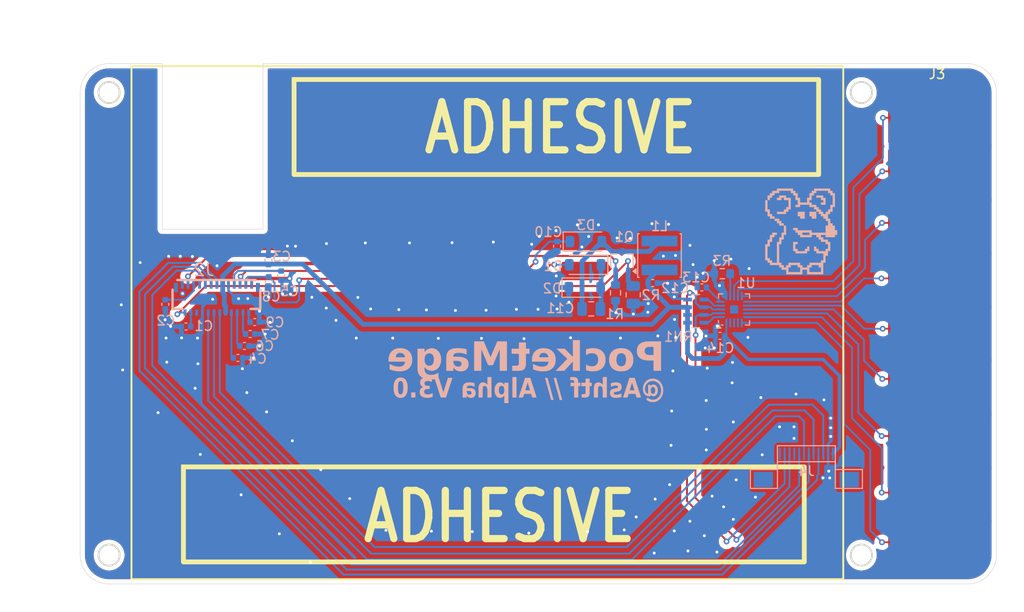
<source format=kicad_pcb>
(kicad_pcb (version 20240108) (generator "pcbnew") (generator_version "8.0")
  (layers (0 "F.Cu" signal) (31 "B.Cu" signal) (34 "B.Paste" user) (35 "F.Paste" user) (36 "B.SilkS" user "B.Silkscreen") (37 "F.SilkS" user "F.Silkscreen") (38 "B.Mask" user) (39 "F.Mask" user) (44 "Edge.Cuts" user))
  (net 0 "")
  (net 1 "GND")
  (net 2 "Net-(C1-Pad1)")
  (net 3 "Net-(C2-Pad2)")
  (net 5 "Net-(C4-Pad2)")
  (net 6 "Net-(C5-Pad1)")
  (net 7 "Net-(C6-Pad2)")
  (net 8 "Net-(C7-Pad2)")
  (net 9 "PREVGL")
  (net 10 "/VCOM")
  (net 11 "PREVGH")
  (net 12 "Net-(D1-K)")
  (net 13 "Net-(D3-A)")
  (net 14 "+3.3V")
  (net 15 "Net-(U1-VREG)")
  (net 16 "Net-(J3-Pin_4)")
  (net 17 "Net-(J3-Pin_9)")
  (net 18 "Net-(J3-Pin_6)")
  (net 19 "Net-(J3-Pin_8)")
  (net 20 "Net-(J3-Pin_7)")
  (net 21 "Net-(J3-Pin_5)")
  (net 25 "CS")
  (net 28 "RESE")
  (net 30 "D{slash}C")
  (net 31 "GDR")
  (net 33 "SDI")
  (net 34 "BUSY")
  (net 35 "SCLK")
  (net 36 "RES")
  (net 38 "Net-(J3-Pin_3)")
  (net 39 "Net-(J3-Pin_2)")
  (net 40 "Net-(J3-Pin_1)")
  (net 43 "I2C_SDA")
  (net 44 "I2C_SCL")
  (net 45 "Net-(U1-REXT)")
  (net 46 "Net-(RN1-R4.1)")
  (net 47 "Net-(RN1-R1.1)")
  (footprint "TouchSlider:TouchSlider-9_50x10mm" (layer "F.Cu") (at 122.46 103.648614 -90)
    (property "Reference" "J3")
    (property "Value" "CapacitiveTouch")
  )
  (footprint "Capacitor_SMD:C_0402_1005Metric" (layer "B.Cu") (at 44.66 104.09 180)
    (property "Reference" "C1")
    (property "Value" "1uF")
  )
  (footprint "Resistor_SMD:R_0603_1608Metric" (layer "B.Cu") (at 100.2575 98.6125)
    (property "Reference" "R3")
    (property "Value" "75k")
  )
  (footprint "Capacitor_SMD:C_0402_1005Metric" (layer "B.Cu") (at 54.52 98.82 -90)
    (property "Reference" "C5")
    (property "Value" "1uF")
  )
  (footprint "Package_TO_SOT_SMD:SOT-323_SC-70" (layer "B.Cu") (at 89.8575 97.3025 90)
    (property "Reference" "Q1")
    (property "Value" "Si1308EDL")
  )
  (footprint "Capacitor_SMD:C_0402_1005Metric" (layer "B.Cu") (at 83.13 95.7525 90)
    (property "Reference" "C10")
    (property "Value" "1uF")
  )
  (footprint "Capacitor_SMD:C_0402_1005Metric" (layer "B.Cu") (at 53.2 97.19 -90)
    (property "Reference" "C3")
    (property "Value" "1uF")
  )
  (footprint "Resistor_SMD:R_0805_2012Metric" (layer "B.Cu") (at 91.02 100.8025 -90)
    (property "Reference" "R2")
    (property "Value" "10k")
  )
  (footprint "Resistor_SMD:R_Array_Concave_4x0603" (layer "B.Cu") (at 97.5075 102.4925 180)
    (property "Reference" "RN1")
    (property "Value" "4x10k")
  )
  (footprint "Inductor_SMD:L_Changjiang_FNR4020S" (layer "B.Cu") (at 93.75 96.7225 90)
    (property "Reference" "L1")
    (property "Value" "10uH")
  )
  (footprint "Capacitor_SMD:C_0805_2012Metric" (layer "B.Cu") (at 86.67 102.2625 180)
    (property "Reference" "C11")
    (property "Value" "4.7uF")
  )
  (footprint "Capacitor_SMD:C_0402_1005Metric" (layer "B.Cu") (at 51.78 103.63 180)
    (property "Reference" "C9")
    (property "Value" "1uF")
  )
  (footprint "Capacitor_SMD:C_0402_1005Metric" (layer "B.Cu") (at 42.51 101.79 90)
    (property "Reference" "C2")
    (property "Value" "4.7uF")
  )
  (footprint "AFC01-S12FCA-00:AFC01-S12FCA-00" (layer "B.Cu") (at 108.98 117.29 180)
    (property "Reference" "J4")
    (property "Value" "Conn_01x12_Pin")
  )
  (footprint "LOGO" (layer "B.Cu") (at 108.5 94.25 180)
    (property "Reference" "G***" (hide yes))
    (property "Value" "LOGO" (hide yes))
  )
  (footprint "Capacitor_SMD:C_0402_1005Metric" (layer "B.Cu") (at 93.05 99.5825)
    (property "Reference" "C12")
    (property "Value" "4.7uF")
  )
  (footprint "Capacitor_SMD:C_0402_1005Metric" (layer "B.Cu") (at 100.02 105.0625 180)
    (property "Reference" "C14")
    (property "Value" "0.1uF")
  )
  (footprint "Capacitor_SMD:C_0402_1005Metric" (layer "B.Cu") (at 53.23 99.41 -90)
    (property "Reference" "C8")
    (property "Value" "1uF")
  )
  (footprint "Diode_SMD:D_SOD-123" (layer "B.Cu") (at 86.12 95.2825)
    (property "Reference" "D3")
    (property "Value" "MBR0530")
  )
  (footprint "Package_DFN_QFN:UQFN-20_3x3mm_P0.4mm" (layer "B.Cu") (at 101.48 102.3225)
    (property "Reference" "U1")
    (property "Value" "MPR121QR2")
  )
  (footprint "Capacitor_SMD:C_0402_1005Metric" (layer "B.Cu") (at 98.1375 100.0325 180)
    (property "Reference" "C13")
    (property "Value" "0.1uF")
  )
  (footprint "AFE03-S25FMA-1H:AFE03-S25FMA-1H" (layer "B.Cu") (at 47.86 101.20635)
    (property "Reference" "J2")
    (property "Value" "~")
  )
  (footprint "Resistor_SMD:R_0603_1608Metric" (layer "B.Cu") (at 89.1875 100.5925 -90)
    (property "Reference" "R1")
    (property "Value" "1R")
  )
  (footprint "Capacitor_SMD:C_0402_1005Metric" (layer "B.Cu") (at 50.04 107.35 180)
    (property "Reference" "C4")
    (property "Value" "1uF")
  )
  (footprint "Capacitor_SMD:C_0402_1005Metric" (layer "B.Cu") (at 51.31 104.87 180)
    (property "Reference" "C7")
    (property "Value" "1uF")
  )
  (footprint "Capacitor_SMD:C_0402_1005Metric" (layer "B.Cu") (at 50.71 106.11 180)
    (property "Reference" "C6")
    (property "Value" "1uF")
  )
  (footprint "Diode_SMD:D_SOD-123" (layer "B.Cu") (at 86 100.0525)
    (property "Reference" "D2")
    (property "Value" "MBR0530")
  )
  (footprint "Diode_SMD:D_SOD-123" (layer "B.Cu") (at 86.0375 97.6825 180)
    (property "Reference" "D1")
    (property "Value" "MBR0530")
  )
  (gr_poly (pts (xy 52.83 100.76) (xy 52.91 100.4) (xy 52.94 99.71) (xy 53.42 99.73) (xy 53.42 100.07) (xy 53.42 100.83) (xy 53.19 101.51)) (stroke (width 0.2)) (fill solid) (layer "B.Cu") (net 1))
  (gr_poly (pts (xy 82.28 96.31) (xy 82.2 96.36) (xy 82.77 96.06) (xy 83.4 96.06) (xy 83.39 96.45) (xy 82.74 96.86) (xy 82.09 97.03)) (stroke (width 0.2)) (fill solid) (layer "B.Cu") (net 1))
  (gr_poly (pts (xy 100.38 99.89) (xy 100.67 100.53) (xy 100.67 101.21) (xy 100.3 101) (xy 99.96 100.42) (xy 100.11 99.89)) (stroke (width 0.2)) (fill solid) (layer "B.Cu") (net 1))
  (gr_rect (start 44.39 118.66) (end 108.76 128.52) (stroke (width 0.5)) (fill none) (layer "F.SilkS"))
  (gr_rect (start 39 77.07) (end 112.8 130.31) (stroke (width 0.2)) (fill none) (layer "F.SilkS"))
  (gr_rect (start 55.86 78.46) (end 110.25 88.32) (stroke (width 0.5)) (fill none) (layer "F.SilkS"))
  (gr_circle (center 36.68 79.81) (end 37.78 79.81) (stroke (width 0.2)) (fill none) (layer "Edge.Cuts"))
  (gr_line (start 125.68 130.81) (end 36.68 130.81) (stroke (width 0.05)) (layer "Edge.Cuts"))
  (gr_line (start 42.2 76.81) (end 42.2 94) (stroke (width 0.05)) (layer "Edge.Cuts"))
  (gr_line (start 36.68 76.81) (end 42.2 76.81) (stroke (width 0.05)) (layer "Edge.Cuts"))
  (gr_line (start 33.68 127.81) (end 33.68 79.81) (stroke (width 0.05)) (layer "Edge.Cuts"))
  (gr_arc (start 33.68 79.81) (mid 34.55868 77.68868) (end 36.68 76.81) (stroke (width 0.05)) (layer "Edge.Cuts"))
  (gr_line (start 128.68 79.81) (end 128.68 127.81) (stroke (width 0.05)) (layer "Edge.Cuts"))
  (gr_circle (center 114.68 79.81) (end 115.78 79.81) (stroke (width 0.2)) (fill none) (layer "Edge.Cuts"))
  (gr_line (start 52.64 76.81) (end 52.64 94) (stroke (width 0.05)) (layer "Edge.Cuts"))
  (gr_arc (start 125.68 76.81) (mid 127.80132 77.68868) (end 128.68 79.81) (stroke (width 0.05)) (layer "Edge.Cuts"))
  (gr_arc (start 36.68 130.81) (mid 34.55868 129.93132) (end 33.68 127.81) (stroke (width 0.05)) (layer "Edge.Cuts"))
  (gr_circle (center 114.68 127.81) (end 115.78 127.81) (stroke (width 0.2)) (fill none) (layer "Edge.Cuts"))
  (gr_arc (start 128.68 127.81) (mid 127.80132 129.93132) (end 125.68 130.81) (stroke (width 0.05)) (layer "Edge.Cuts"))
  (gr_circle (center 36.68 127.81) (end 37.78 127.81) (stroke (width 0.2)) (fill none) (layer "Edge.Cuts"))
  (gr_line (start 52.64 76.81) (end 125.68 76.81) (stroke (width 0.05)) (layer "Edge.Cuts"))
  (gr_line (start 42.2 94) (end 52.64 94) (stroke (width 0.05)) (layer "Edge.Cuts"))
  (gr_text "PocketMage" (at 94.3 109.2 0) (layer "B.SilkS") (effects (font (size 3 3) (thickness 0.3) (bold yes)) (justify left bottom mirror)))
  (gr_text "@Ashtf // Alpha V3.0" (at 94.3 111.8 0) (layer "B.SilkS") (effects (font (size 2 1.75) (thickness 0.25) (bold yes)) (justify left bottom mirror)))
  (gr_text "ADHESIVE" (at 83.47 86.41 0) (layer "F.SilkS") (effects (font (size 5 4) (thickness 0.75) (bold yes)) (justify bottom)))
  (gr_text "ADHESIVE" (at 77.16 126.75 0) (layer "F.SilkS") (effects (font (size 5 4) (thickness 0.75) (bold yes)) (justify bottom)))
  (via (at 94.69 93.48) (size 0.6) (drill 0.3) (layers "F.Cu" "B.Cu") (net 1))
  (via (at 66.09 105.29) (size 0.6) (drill 0.3) (layers "F.Cu" "B.Cu") (net 1))
  (via (at 83.02 94.14) (size 0.6) (drill 0.3) (layers "F.Cu" "B.Cu") (net 1))
  (via (at 74.34 125.38) (size 0.6) (drill 0.3) (layers "F.Cu" "B.Cu") (net 1))
  (via (at 104.258993 111.465529) (size 0.6) (drill 0.3) (layers "F.Cu" "B.Cu") (net 1))
  (via (at 75.77 102.4) (size 0.6) (drill 0.3) (layers "F.Cu" "B.Cu") (net 1))
  (via (at 107.7 114.5) (size 0.6) (drill 0.3) (layers "F.Cu" "B.Cu") (net 1))
  (via (at 98.61 114.76) (size 0.6) (drill 0.3) (layers "F.Cu" "B.Cu") (net 1))
  (via (at 98.6 116.9) (size 0.6) (drill 0.3) (layers "F.Cu" "B.Cu") (net 1))
  (via (at 84.36 101.57) (size 0.6) (drill 0.3) (layers "F.Cu" "B.Cu") (net 1))
  (via (at 111.5 114.6) (size 0.6) (drill 0.3) (layers "F.Cu" "B.Cu") (net 1))
  (via (at 46.14 117.36) (size 0.6) (drill 0.3) (layers "F.Cu" "B.Cu") (net 1))
  (via (at 54.33 125.6) (size 0.6) (drill 0.3) (layers "F.Cu" "B.Cu") (net 1))
  (via (at 95.41 96.72) (size 0.6) (drill 0.3) (layers "F.Cu" "B.Cu") (net 1))
  (via (at 44.3 100.67) (size 0.6) (drill 0.3) (layers "F.Cu" "B.Cu") (net 1))
  (via (at 59.2 102.18) (size 0.6) (drill 0.3) (layers "F.Cu" "B.Cu") (net 1))
  (via (at 89.7 105.29) (size 0.6) (drill 0.3) (layers "F.Cu" "B.Cu") (net 1))
  (via (at 56.01 95.76) (size 0.6) (drill 0.3) (layers "F.Cu" "B.Cu") (net 1))
  (via (at 90.72 94.95) (size 0.6) (drill 0.3) (layers "F.Cu" "B.Cu") (net 1))
  (via (at 101.4 124.1) (size 0.6) (drill 0.3) (layers "F.Cu" "B.Cu") (net 1))
  (via (at 80.2 125.53) (size 0.6) (drill 0.3) (layers "F.Cu" "B.Cu") (net 1))
  (via (at 81.16 102.31) (size 0.6) (drill 0.3) (layers "F.Cu" "B.Cu") (net 1))
  (via (at 47.42 101.27) (size 0.6) (drill 0.3) (layers "F.Cu" "B.Cu") (net 1))
  (via (at 96.9 124.3) (size 0.6) (drill 0.3) (layers "F.Cu" "B.Cu") (net 1))
  (via (at 37.95 101.84) (size 0.6) (drill 0.3) (layers "F.Cu" "B.Cu") (net 1))
  (via (at 98.4 125.8) (size 0.6) (drill 0.3) (layers "F.Cu" "B.Cu") (net 1))
  (via (at 55.17 95.74) (size 0.6) (drill 0.3) (layers "F.Cu" "B.Cu") (net 1))
  (via (at 99.2 121.7) (size 0.6) (drill 0.3) (layers "F.Cu" "B.Cu") (net 1))
  (via (at 67.83 95.42) (size 0.6) (drill 0.3) (layers "F.Cu" "B.Cu") (net 1))
  (via (at 94.15 96.79) (size 0.6) (drill 0.3) (layers "F.Cu" "B.Cu") (net 1))
  (via (at 42.86 96.8) (size 0.6) (drill 0.3) (layers "F.Cu" "B.Cu") (net 1))
  (via (at 98.49 106.32) (size 0.6) (drill 0.3) (layers "F.Cu" "B.Cu") (net 1))
  (via (at 91.04 102.8) (size 0.6) (drill 0.3) (layers "F.Cu" "B.Cu") (net 1))
  (via (at 85.7 95.84) (size 0.6) (drill 0.3) (layers "F.Cu" "B.Cu") (net 1))
  (via (at 50.5 108.47) (size 0.6) (drill 0.3) (layers "F.Cu" "B.Cu") (net 1))
  (via (at 65.39 125.24) (size 0.6) (drill 0.3) (layers "F.Cu" "B.Cu") (net 1))
  (via (at 98.26 98.57) (size 0.6) (drill 0.3) (layers "F.Cu" "B.Cu") (net 1))
  (via (at 47.87 97.79) (size 0.6) (drill 0.3) (layers "F.Cu" "B.Cu") (net 1))
  (via (at 99.43 106.32) (size 0.6) (drill 0.3) (layers "F.Cu" "B.Cu") (net 1))
  (via (at 110.8 111.7) (size 0.6) (drill 0.3) (layers "F.Cu" "B.Cu") (net 1))
  (via (at 70.1 125.33) (size 0.6) (drill 0.3) (layers "F.Cu" "B.Cu") (net 1))
  (via (at 111.3 119.1) (size 0.6) (drill 0.3) (layers "F.Cu" "B.Cu") (net 1))
  (via (at 95.43 105.22) (size 0.6) (drill 0.3) (layers "F.Cu" "B.Cu") (net 1))
  (via (at 84.53 105.26) (size 0.6) (drill 0.3) (layers "F.Cu" "B.Cu") (net 1))
  (via (at 55.4 99.11) (size 0.6) (drill 0.3) (layers "F.Cu" "B.Cu") (net 1))
  (via (at 69.58 102.37) (size 0.6) (drill 0.3) (layers "F.Cu" "B.Cu") (net 1))
  (via (at 76.52 95.33) (size 0.6) (drill 0.3) (layers "F.Cu" "B.Cu") (net 1))
  (via (at 39.9 97.46) (size 0.6) (drill 0.3) (layers "F.Cu" "B.Cu") (net 1))
  (via (at 95.17 100.24) (size 0.6) (drill 0.3) (layers "F.Cu" "B.Cu") (net 1))
  (via (at 50.11 101.2) (size 0.6) (drill 0.3) (layers "F.Cu" "B.Cu") (net 1))
  (via (at 86.29 125.38) (size 0.6) (drill 0.3) (layers "F.Cu" "B.Cu") (net 1))
  (via (at 86.41 94.75) (size 0.6) (drill 0.3) (layers "F.Cu" "B.Cu") (net 1))
  (via (at 79.7 105.35) (size 0.6) (drill 0.3) (layers "F.Cu" "B.Cu") (net 1))
  (via (at 87.42 93.54) (size 0.6) (drill 0.3) (layers "F.Cu" "B.Cu") (net 1))
  (via (at 92.54 102.61) (size 0.6) (drill 0.3) (layers "F.Cu" "B.Cu") (net 1))
  (via (at 101.28 109.93) (size 0.6) (drill 0.3) (layers "F.Cu" "B.Cu") (net 1))
  (via (at 98.7 108.41) (size 0.6) (drill 0.3) (layers "F.Cu" "B.Cu") (net 1))
  (via (at 111.5 113.6) (size 0.6) (drill 0.3) (layers "F.Cu" "B.Cu") (net 1))
  (via (at 89.35 94.91) (size 0.6) (drill 0.3) (layers "F.Cu" "B.Cu") (net 1))
  (via (at 59.22 95.49) (size 0.6) (drill 0.3) (layers "F.Cu" "B.Cu") (net 1))
  (via (at 43.06 104.08) (size 0.6) (drill 0.3) (layers "F.Cu" "B.Cu") (net 1))
  (via (at 57.7 101.06) (size 0.6) (drill 0.3) (layers "F.Cu" "B.Cu") (net 1))
  (via (at 103.7 121.8) (size 0.6) (drill 0.3) (layers "F.Cu" "B.Cu") (net 1))
  (via (at 58.63 118.95) (size 0.6) (drill 0.3) (layers "F.Cu" "B.Cu") (net 1))
  (via (at 93.58 105.07) (size 0.6) (drill 0.3) (layers "F.Cu" "B.Cu") (net 1))
  (via (at 45.89 107.96) (size 0.6) (drill 0.3) (layers "F.Cu" "B.Cu") (net 1))
  (via (at 91.33 123.85) (size 0.6) (drill 0.3) (layers "F.Cu" "B.Cu") (net 1))
  (via (at 97.23 97.67) (size 0.6) (drill 0.3) (layers "F.Cu" "B.Cu") (net 1))
  (via (at 95.14 108.7) (size 0.6) (drill 0.3) (layers "F.Cu" "B.Cu") (net 1))
  (via (at 42.59 105.29) (size 0.6) (drill 0.3) (layers "F.Cu" "B.Cu") (net 1))
  (via (at 89.23 102.65) (size 0.6) (drill 0.3) (layers "F.Cu" "B.Cu") (net 1))
  (via (at 101.32 107.82) (size 0.6) (drill 0.3) (layers "F.Cu" "B.Cu") (net 1))
  (via (at 52.28 106.13) (size 0.6) (drill 0.3) (layers "F.Cu" "B.Cu") (net 1))
  (via (at 66.72 102.34) (size 0.6) (drill 0.3) (layers "F.Cu" "B.Cu") (net 1))
  (via (at 107.9 111.1) (size 0.6) (drill 0.3) (layers "F.Cu" "B.Cu") (net 1))
  (via (at 57.56 128.55) (size 0.6) (drill 0.3) (layers "F.Cu" "B.Cu") (net 1))
  (via (at 51.64 107.36) (size 0.6) (drill 0.3) (layers "F.Cu" "B.Cu") (net 1))
  (via (at 96.91 95.67) (size 0.6) (drill 0.3) (layers "F.Cu" "B.Cu") (net 1))
  (via (at 62.47 101.07) (size 0.6) (drill 0.3) (layers "F.Cu" "B.Cu") (net 1))
  (via (at 60.21 103.45) (size 0.6) (drill 0.3) (layers "F.Cu" "B.Cu") (net 1))
  (via (at 101.4 114) (size 0.6) (drill 0.3) (layers "F.Cu" "B.Cu") (net 1))
  (via (at 101.16 97.1) (size 0.6) (drill 0.3) (layers "F.Cu" "B.Cu") (net 1))
  (via (at 99.74 104.04) (size 0.6) (drill 0.3) (layers "F.Cu" "B.Cu") (net 1))
  (via (at 94.59 99.61) (size 0.6) (drill 0.3) (layers "F.Cu" "B.Cu") (net 1))
  (via (at 62.31 105.29) (size 0.6) (drill 0.3) (layers "F.Cu" "B.Cu") (net 1))
  (via (at 94.95 116.42) (size 0.6) (drill 0.3) (layers "F.Cu" "B.Cu") (net 1))
  (via (at 52.87 104.87) (size 0.6) (drill 0.3) (layers "F.Cu" "B.Cu") (net 1))
  (via (at 102.92 105.22) (size 0.6) (drill 0.3) (layers "F.Cu" "B.Cu") (net 1))
  (via (at 83.03 100.92) (size 0.6) (drill 0.3) (layers "F.Cu" "B.Cu") (net 1))
  (via (at 103.04 98.08) (size 0.6) (drill 0.3) (layers "F.Cu" "B.Cu") (net 1))
  (via (at 72.59 102.43) (size 0.6) (drill 0.3) (layers "F.Cu" "B.Cu") (net 1))
  (via (at 110.7 119.8) (size 0.6) (drill 0.3) (layers "F.Cu" "B.Cu") (net 1))
  (via (at 96.7 127.38) (size 0.6) (drill 0.3) (layers "F.Cu" "B.Cu") (net 1))
  (via (at 99.97 99.85) (size 0.6) (drill 0.3) (layers "F.Cu" "B.Cu") (net 1))
  (via (at 99.42 97.26) (size 0.6) (drill 0.3) (layers "F.Cu" "B.Cu") (net 1))
  (via (at 80.5 95.56) (size 0.6) (drill 0.3) (layers "F.Cu" "B.Cu") (net 1))
  (via (at 53.01 112.95) (size 0.6) (drill 0.3) (layers "F.Cu" "B.Cu") (net 1))
  (via (at 41.76 113.03) (size 0.6) (drill 0.3) (layers "F.Cu" "B.Cu") (net 1))
  (via (at 44.2 105.27) (size 0.6) (drill 0.3) (layers "F.Cu" "B.Cu") (net 1))
  (via (at 78.91 102.31) (size 0.6) (drill 0.3) (layers "F.Cu" "B.Cu") (net 1))
  (via (at 63.25 95.42) (size 0.6) (drill 0.3) (layers "F.Cu" "B.Cu") (net 1))
  (via (at 97.65 98.97) (size 0.6) (drill 0.3) (layers "F.Cu" "B.Cu") (net 1))
  (via (at 83.13 102.27) (size 0.6) (drill 0.3) (layers "F.Cu" "B.Cu") (net 1))
  (via (at 42.49 103.39) (size 0.6) (drill 0.3) (layers "F.Cu" "B.Cu") (net 1))
  (via (at 95.28 101.02) (size 0.6) (drill 0.3) (layers "F.Cu" "B.Cu") (net 1))
  (via (at 44.06 96.8) (size 0.6) (drill 0.3) (layers "F.Cu" "B.Cu") (net 1))
  (via (at 55.68 115.95) (size 0.6) (drill 0.3) (layers "F.Cu" "B.Cu") (net 1))
  (via (at 70.82 105.32) (size 0.6) (drill 0.3) (layers "F.Cu" "B.Cu") (net 1))
  (via (at 100.4 122.8) (size 0.6) (drill 0.3) (layers "F.Cu" "B.Cu") (net 1))
  (via (at 75.29 105.32) (size 0.6) (drill 0.3) (layers "F.Cu" "B.Cu") (net 1))
  (via (at 53.37 103.65) (size 0.6) (drill 0.3) (layers "F.Cu" "B.Cu") (net 1))
  (via (at 45.6 110.5) (size 0.6) (drill 0.3) (layers "F.Cu" "B.Cu") (net 1))
  (via (at 51.06 101.19) (size 0.6) (drill 0.3) (layers "F.Cu" "B.Cu") (net 1))
  (via (at 52.28 102.5) (size 0.6) (drill 0.3) (layers "F.Cu" "B.Cu") (net 1))
  (via (at 42.66 107.79) (size 0.6) (drill 0.3) (layers "F.Cu" "B.Cu") (net 1))
  (via (at 101.7 120) (size 0.6) (drill 0.3) (layers "F.Cu" "B.Cu") (net 1))
  (via (at 92.97 93.42) (size 0.6) (drill 0.3) (layers "F.Cu" "B.Cu") (net 1))
  (via (at 50.37 121.55) (size 0.6) (drill 0.3) (layers "F.Cu" "B.Cu") (net 1))
  (via (at 111.4 119.8) (size 0.6) (drill 0.3) (layers "F.Cu" "B.Cu") (net 1))
  (via (at 107.7 115.7) (size 0.6) (drill 0.3) (layers "F.Cu" "B.Cu") (net 1))
  (via (at 95.31 103.36) (size 0.6) (drill 0.3) (layers "F.Cu" "B.Cu") (net 1))
  (via (at 61.63 121.95) (size 0.6) (drill 0.3) (layers "F.Cu" "B.Cu") (net 1))
  (via (at 55.48 100.74) (size 0.6) (drill 0.3) (layers "F.Cu" "B.Cu") (net 1))
  (via (at 83.04 98.84) (size 0.6) (drill 0.3) (layers "F.Cu" "B.Cu") (net 1))
  (via (at 54.67 100.72) (size 0.6) (drill 0.3) (layers "F.Cu" "B.Cu") (net 1))
  (via (at 106.2 114.5) (size 0.6) (drill 0.3) (layers "F.Cu" "B.Cu") (net 1))
  (via (at 94.8 120.5) (size 0.6) (drill 0.3) (layers "F.Cu" "B.Cu") (net 1))
  (via (at 93.2 127.6) (size 0.6) (drill 0.3) (layers "F.Cu" "B.Cu") (net 1))
  (via (at 95.01 112.86) (size 0.6) (drill 0.3) (layers "F.Cu" "B.Cu") (net 1))
  (via (at 95.28 125.3) (size 0.6) (drill 0.3) (layers "F.Cu" "B.Cu") (net 1))
  (via (at 50.96 110.95) (size 0.6) (drill 0.3) (layers "F.Cu" "B.Cu") (net 1))
  (via (at 85.23 93.54) (size 0.6) (drill 0.3) (layers "F.Cu" "B.Cu") (net 1))
  (via (at 99.7 127.5) (size 0.6) (drill 0.3) (layers "F.Cu" "B.Cu") (net 1))
  (via (at 45.85 105.29) (size 0.6) (drill 0.3) (layers "F.Cu" "B.Cu") (net 1))
  (via (at 98.57 105.08) (size 0.6) (drill 0.3) (layers "F.Cu" "B.Cu") (net 1))
  (via (at 111.5 115.5) (size 0.6) (drill 0.3) (layers "F.Cu" "B.Cu") (net 1))
  (via (at 92.58 101.71) (size 0.6) (drill 0.3) (layers "F.Cu" "B.Cu") (net 1))
  (via (at 98.59 111.77) (size 0.6) (drill 0.3) (layers "F.Cu" "B.Cu") (net 1))
  (via (at 90.09 125.2) (size 0.6) (drill 0.3) (layers "F.Cu" "B.Cu") (net 1))
  (via (at 53.21 101.04) (size 0.6) (drill 0.3) (layers "F.Cu" "B.Cu") (net 1))
  (via (at 45.32 96.82) (size 0.6) (drill 0.3) (layers "F.Cu" "B.Cu") (net 1))
  (via (at 72.24 95.39) (size 0.6) (drill 0.3) (layers "F.Cu" "B.Cu") (net 1))
  (via (at 93.3 122) (size 0.6) (drill 0.3) (layers "F.Cu" "B.Cu") (net 1))
  (via (at 104.4 117.4) (size 0.6) (drill 0.3) (layers "F.Cu" "B.Cu") (net 1))
  (via (at 63.8 102.27) (size 0.6) (drill 0.3) (layers "F.Cu" "B.Cu") (net 1))
  (via (at 81.3 94.74) (size 0.6) (drill 0.3) (layers "F.Cu" "B.Cu") (net 1))
  (via (at 38.09 108.6) (size 0.6) (drill 0.3) (layers "F.Cu" "B.Cu") (net 1))
  (segment (start 111.23 117.29) (end 111.23 118.77) (width 0.25) (layer "B.Cu") (net 1))
  (segment (start 49.0603 100.36865) (end 49.89165 101.2) (width 0.25) (layer "B.Cu") (net 1))
  (segment (start 46.06 103.46895) (end 46.06 103.58) (width 0.25) (layer "B.Cu") (net 1))
  (segment (start 46.3603 102.64365) (end 46.3603 102.06865) (width 0.25) (layer "B.Cu") (net 1))
  (segment (start 111.23 117.29) (end 111.23 116.27) (width 0.25) (layer "B.Cu") (net 1))
  (segment (start 46.3603 103.16865) (end 46.06 103.46895) (width 0.25) (layer "B.Cu") (net 1))
  (segment (start 49.0603 99.76855) (end 49.0603 100.36865) (width 0.25) (layer "B.Cu") (net 1))
  (segment (start 47.15895 101.27) (end 47.42 101.27) (width 0.25) (layer "B.Cu") (net 1))
  (segment (start 46.3603 104.7797) (end 45.85 105.29) (width 0.25) (layer "B.Cu") (net 1))
  (segment (start 46.3603 102.06865) (end 47.15895 101.27) (width 0.25) (layer "B.Cu") (net 1))
  (segment (start 111.23 118.77) (end 111.2 118.8) (width 0.25) (layer "B.Cu") (net 1))
  (segment (start 46.3603 102.64365) (end 46.3603 104.7797) (width 0.25) (layer "B.Cu") (net 1))
  (segment (start 46.3603 102.64365) (end 46.3603 103.16865) (width 0.25) (layer "B.Cu") (net 1))
  (segment (start 49.89165 101.2) (end 50.11 101.2) (width 0.25) (layer "B.Cu") (net 1))
  (segment (start 111.23 116.27) (end 111.6 115.9) (width 0.25) (layer "B.Cu") (net 1))
  (segment (start 45.1601 104.0699) (end 45.14 104.09) (width 0.2) (layer "B.Cu") (net 2))
  (segment (start 45.1601 102.64365) (end 45.1601 104.0699) (width 0.2) (layer "B.Cu") (net 2))
  (segment (start 44.51865 101.31) (end 42.51 101.31) (width 0.2) (layer "B.Cu") (net 3))
  (segment (start 45.4601 100.36855) (end 44.51865 101.31) (width 0.2) (layer "B.Cu") (net 3))
  (segment (start 45.4601 99.76855) (end 45.4601 100.36855) (width 0.2) (layer "B.Cu") (net 3))
  (segment (start 49.3603 102.64365) (end 49.3603 107.1503) (width 0.2) (layer "B.Cu") (net 5))
  (segment (start 49.3603 107.1503) (end 49.56 107.35) (width 0.2) (layer "B.Cu") (net 5))
  (segment (start 50.05 98.31) (end 54.69 98.31) (width 0.2) (layer "B.Cu") (net 6))
  (segment (start 49.6602 99.76855) (end 49.6602 98.6998) (width 0.2) (layer "B.Cu") (net 6))
  (segment (start 54.69 98.31) (end 54.7 98.32) (width 0.2) (layer "B.Cu") (net 6))
  (segment (start 49.6602 98.6998) (end 50.05 98.31) (width 0.2) (layer "B.Cu") (net 6))
  (segment (start 50.23 106.11) (end 49.9599 105.8399) (width 0.2) (layer "B.Cu") (net 7))
  (segment (start 49.9599 105.8399) (end 49.9599 102.64385) (width 0.2) (layer "B.Cu") (net 7))
  (segment (start 50.5601 102.64415) (end 50.5601 104.6001) (width 0.2) (layer "B.Cu") (net 8))
  (segment (start 50.5601 104.6001) (end 50.83 104.87) (width 0.2) (layer "B.Cu") (net 8))
  (segment (start 82.434314 97.67) (end 80.964314 99.14) (width 0.2) (layer "F.Cu") (net 9))
  (segment (start 80.964314 99.14) (end 56.539341 99.14) (width 0.2) (layer "F.Cu") (net 9))
  (segment (start 56.539341 99.14) (end 56.389341 99.29) (width 0.2) (layer "F.Cu") (net 9))
  (segment (start 82.83 97.67) (end 82.434314 97.67) (width 0.2) (layer "F.Cu") (net 9))
  (via (at 82.83 97.67) (size 0.6) (drill 0.3) (layers "F.Cu" "B.Cu") (net 9))
  (via (at 56.389341 99.29) (size 0.6) (drill 0.3) (layers "F.Cu" "B.Cu") (net 9))
  (segment (start 84.3875 97.6825) (end 82.8475 97.6825) (width 0.2) (layer "B.Cu") (net 9))
  (segment (start 51.09815 98.93) (end 50.8596 99.16855) (width 0.2) (layer "B.Cu") (net 9))
  (segment (start 56.389341 99.29) (end 56.389341 101.300659) (width 0.2) (layer "B.Cu") (net 9))
  (segment (start 82.83 97.7) (end 82.83 97.67) (width 0.2) (layer "B.Cu") (net 9))
  (segment (start 56.11 101.58) (end 53.98 101.58) (width 0.2) (layer "B.Cu") (net 9))
  (segment (start 53.23 98.93) (end 51.09815 98.93) (width 0.2) (layer "B.Cu") (net 9))
  (segment (start 53.84 101.44) (end 53.84 99.54) (width 0.2) (layer "B.Cu") (net 9))
  (segment (start 56.389341 101.300659) (end 56.11 101.58) (width 0.2) (layer "B.Cu") (net 9))
  (segment (start 82.8475 97.6825) (end 82.83 97.7) (width 0.2) (layer "B.Cu") (net 9))
  (segment (start 53.98 101.58) (end 53.84 101.44) (width 0.2) (layer "B.Cu") (net 9))
  (segment (start 50.8596 99.16855) (end 50.8596 99.76855) (width 0.2) (layer "B.Cu") (net 9))
  (segment (start 53.84 99.54) (end 53.23 98.93) (width 0.2) (layer "B.Cu") (net 9))
  (segment (start 51.1601 102.64415) (end 51.1601 103.6301) (width 0.2) (layer "B.Cu") (net 10))
  (segment (start 51.1601 103.6301) (end 51.33 103.8) (width 0.2) (layer "B.Cu") (net 10))
  (segment (start 79.94 98.33) (end 50.898164 98.33) (width 0.2) (layer "F.Cu") (net 11))
  (segment (start 50.898164 98.33) (end 50.318165 98.909999) (width 0.2) (layer "F.Cu") (net 11))
  (segment (start 80.9 97.37) (end 79.94 98.33) (width 0.2) (layer "F.Cu") (net 11))
  (via (at 50.318165 98.909999) (size 0.6) (drill 0.3) (layers "F.Cu" "B.Cu") (net 11))
  (via (at 80.9 97.37) (size 0.6) (drill 0.3) (layers "F.Cu" "B.Cu") (net 11))
  (segment (start 80.9 96.7) (end 82.3275 95.2725) (width 0.2) (layer "B.Cu") (net 11))
  (segment (start 80.9 97.37) (end 80.9 96.7) (width 0.2) (layer "B.Cu") (net 11))
  (segment (start 82.3275 95.2725) (end 83.13 95.2725) (width 0.2) (layer "B.Cu") (net 11))
  (segment (start 50.2602 98.967964) (end 50.2602 99.76855) (width 0.2) (layer "B.Cu") (net 11))
  (segment (start 50.318165 98.909999) (end 50.2602 98.967964) (width 0.2) (layer "B.Cu") (net 11))
  (segment (start 83.13 95.2725) (end 84.46 95.2725) (width 0.25) (layer "B.Cu") (net 11))
  (segment (start 84.46 95.2725) (end 84.47 95.2825) (width 0.25) (layer "B.Cu") (net 11))
  (segment (start 87.6875 97.6825) (end 87.6875 102.195) (width 0.5) (layer "B.Cu") (net 12))
  (segment (start 87.6875 102.195) (end 87.62 102.2625) (width 0.5) (layer "B.Cu") (net 12))
  (segment (start 87.77 95.2825) (end 85.72 97.3325) (width 0.5) (layer "B.Cu") (net 13))
  (segment (start 85.72 97.3325) (end 85.72 102.2625) (width 0.5) (layer "B.Cu") (net 13))
  (segment (start 88.79 96.3025) (end 87.77 95.2825) (width 0.5) (layer "B.Cu") (net 13))
  (segment (start 92.67 96.3025) (end 93.75 95.2225) (width 0.5) (layer "B.Cu") (net 13))
  (segment (start 89.8575 96.3025) (end 88.79 96.3025) (width 0.5) (layer "B.Cu") (net 13))
  (segment (start 89.8575 96.3025) (end 92.67 96.3025) (width 0.5) (layer "B.Cu") (net 13))
  (segment (start 56.77 97.61) (end 63.02 103.86) (width 0.5) (layer "B.Cu") (net 14))
  (segment (start 112.4 116.62) (end 111.73 117.29) (width 0.35) (layer "B.Cu") (net 14))
  (segment (start 48.7603 102.64365) (end 48.7603 101.99895) (width 0.5) (layer "B.Cu") (net 14))
  (segment (start 110.7025 107.5025) (end 112.4 109.2) (width 0.35) (layer "B.Cu") (net 14))
  (segment (start 93.75 98.2225) (end 93.620001 98.2225) (width 0.5) (layer "B.Cu") (net 14))
  (segment (start 48.4601 98.86855) (end 49.71865 97.61) (width 0.5) (layer "B.Cu") (net 14))
  (segment (start 92.57 99.5325) (end 92.57 99.4025) (width 0.25) (layer "B.Cu") (net 14))
  (segment (start 92.57 99.272501) (end 92.57 99.5825) (width 0.5) (layer "B.Cu") (net 14))
  (segment (start 96.6575 103.6925) (end 96.6575 106.8975) (width 0.5) (layer "B.Cu") (net 14))
  (segment (start 112.4 109.2) (end 112.4 116.62) (width 0.35) (layer "B.Cu") (net 14))
  (segment (start 93.620001 98.2225) (end 92.57 99.272501) (width 0.5) (layer "B.Cu") (net 14))
  (segment (start 100.68 104.8825) (end 100.5 105.0625) (width 0.18) (layer "B.Cu") (net 14))
  (segment (start 92.57 99.5825) (end 92.57 99.892499) (width 0.5) (layer "B.Cu") (net 14))
  (segment (start 102.94 107.5025) (end 110.7025 107.5025) (width 0.35) (layer "B.Cu") (net 14))
  (segment (start 96.6575 102.0925) (end 96.6575 103.6925) (width 0.5) (layer "B.Cu") (net 14))
  (segment (start 49.71865 97.61) (end 56.77 97.61) (width 0.5) (layer "B.Cu") (net 14))
  (segment (start 94.7575 102.0925) (end 94.770001 102.0925) (width 0.5) (layer "B.Cu") (net 14))
  (segment (start 97.17 107.41) (end 99.94 107.41) (width 0.5) (layer "B.Cu") (net 14))
  (segment (start 92.57 99.892499) (end 94.770001 102.0925) (width 0.5) (layer "B.Cu") (net 14))
  (segment (start 94.770001 102.0925) (end 96.6575 102.0925) (width 0.5) (layer "B.Cu") (net 14))
  (segment (start 99.94 107.41) (end 100.5 106.85) (width 0.5) (layer "B.Cu") (net 14))
  (segment (start 92.99 103.86) (end 94.7575 102.0925) (width 0.5) (layer "B.Cu") (net 14))
  (segment (start 100.5 105.0625) (end 102.94 107.5025) (width 0.35) (layer "B.Cu") (net 14))
  (segment (start 48.63 101.86865) (end 48.63 100.78825) (width 0.5) (layer "B.Cu") (net 14))
  (segment (start 63.02 103.86) (end 92.99 103.86) (width 0.5) (layer "B.Cu") (net 14))
  (segment (start 96.6575 106.8975) (end 97.17 107.41) (width 0.5) (layer "B.Cu") (net 14))
  (segment (start 48.4601 100.61835) (end 48.4601 99.76855) (width 0.5) (layer "B.Cu") (net 14))
  (segment (start 100.5 106.85) (end 100.5 105.0625) (width 0.5) (layer "B.Cu") (net 14))
  (segment (start 100.68 103.71) (end 100.68 104.8825) (width 0.18) (layer "B.Cu") (net 14))
  (segment (start 48.63 100.78825) (end 48.4601 100.61835) (width 0.5) (layer "B.Cu") (net 14))
  (segment (start 48.7603 101.99895) (end 48.63 101.86865) (width 0.5) (layer "B.Cu") (net 14))
  (segment (start 48.4601 99.76855) (end 48.4601 98.86855) (width 0.5) (layer "B.Cu") (net 14))
  (segment (start 100.0925 101.5225) (end 98.6175 100.0475) (width 0.18) (layer "B.Cu") (net 15))
  (segment (start 98.6175 100.0475) (end 98.6175 100.0325) (width 0.18) (layer "B.Cu") (net 15))
  (segment (start 116.76 99.100278) (end 118.84 99.100278) (width 0.18) (layer "F.Cu") (net 16))
  (via (at 116.76 99.100278) (size 0.6) (drill 0.3) (layers "F.Cu" "B.Cu") (net 16))
  (segment (start 112.5275 101.5225) (end 102.8675 101.5225) (width 0.18) (layer "B.Cu") (net 16))
  (segment (start 114.949722 99.100278) (end 112.5275 101.5225) (width 0.18) (layer "B.Cu") (net 16))
  (segment (start 116.76 99.100278) (end 114.949722 99.100278) (width 0.18) (layer "B.Cu") (net 16))
  (segment (start 116.82 126.47759) (end 121.34 126.47759) (width 0.18) (layer "F.Cu") (net 17))
  (via (at 116.82 126.47759) (size 0.6) (drill 0.3) (layers "F.Cu" "B.Cu") (net 17))
  (segment (start 112.89 114.19) (end 112.89 106.51) (width 0.18) (layer "B.Cu") (net 17))
  (segment (start 115.6 116.9) (end 112.89 114.19) (width 0.18) (layer "B.Cu") (net 17))
  (segment (start 116.82 126.47759) (end 115.6 125.25759) (width 0.18) (layer "B.Cu") (net 17))
  (segment (start 116.82 126.47759) (end 116.77241 126.43) (width 0.18) (layer "B.Cu") (net 17))
  (segment (start 110.09 103.71) (end 102.28 103.71) (width 0.18) (layer "B.Cu") (net 17))
  (segment (start 115.6 125.25759) (end 115.6 116.9) (width 0.18) (layer "B.Cu") (net 17))
  (segment (start 112.89 106.51) (end 110.09 103.71) (width 0.18) (layer "B.Cu") (net 17))
  (segment (start 116.85 109.53) (end 118.158612 109.53) (width 0.18) (layer "F.Cu") (net 18))
  (segment (start 118.158612 109.53) (end 118.84 110.211388) (width 0.18) (layer "F.Cu") (net 18))
  (via (at 116.85 109.53) (size 0.6) (drill 0.3) (layers "F.Cu" "B.Cu") (net 18))
  (segment (start 111.8025 102.3225) (end 102.8675 102.3225) (width 0.18) (layer "B.Cu") (net 18))
  (segment (start 114.95 105.47) (end 111.8025 102.3225) (width 0.18) (layer "B.Cu") (net 18))
  (segment (start 116.85 109.53) (end 114.95 107.63) (width 0.18) (layer "B.Cu") (net 18))
  (segment (start 114.95 107.63) (end 114.95 105.47) (width 0.18) (layer "B.Cu") (net 18))
  (segment (start 116.79 121.322498) (end 118.84 121.322498) (width 0.18) (layer "F.Cu") (net 19))
  (via (at 116.79 121.322498) (size 0.6) (drill 0.3) (layers "F.Cu" "B.Cu") (net 19))
  (segment (start 116.79 121.322498) (end 116.8 121.312498) (width 0.18) (layer "B.Cu") (net 19))
  (segment (start 113.71 113.61) (end 113.71 106.28) (width 0.18) (layer "B.Cu") (net 19))
  (segment (start 116.8 116.7) (end 113.71 113.61) (width 0.18) (layer "B.Cu") (net 19))
  (segment (start 110.5525 103.1225) (end 102.8675 103.1225) (width 0.18) (layer "B.Cu") (net 19))
  (segment (start 113.71 106.28) (end 110.5525 103.1225) (width 0.18) (layer "B.Cu") (net 19))
  (segment (start 116.8 121.312498) (end 116.8 116.7) (width 0.18) (layer "B.Cu") (net 19))
  (segment (start 116.79 115.46) (end 118.533057 115.46) (width 0.18) (layer "F.Cu") (net 20))
  (segment (start 118.533057 115.46) (end 118.84 115.766943) (width 0.18) (layer "F.Cu") (net 20))
  (via (at 116.79 115.46) (size 0.6) (drill 0.3) (layers "F.Cu" "B.Cu") (net 20))
  (segment (start 111.1325 102.7225) (end 102.8675 102.7225) (width 0.18) (layer "B.Cu") (net 20))
  (segment (start 116.79 115.46) (end 114.36 113.03) (width 0.18) (layer "B.Cu") (net 20))
  (segment (start 114.36 105.95) (end 111.1325 102.7225) (width 0.18) (layer "B.Cu") (net 20))
  (segment (start 114.36 113.03) (end 114.36 105.95) (width 0.18) (layer "B.Cu") (net 20))
  (segment (start 118.504167 104.32) (end 118.84 104.655833) (width 0.18) (layer "F.Cu") (net 21))
  (segment (start 116.89 104.32) (end 118.504167 104.32) (width 0.18) (layer "F.Cu") (net 21))
  (via (at 116.89 104.32) (size 0.6) (drill 0.3) (layers "F.Cu" "B.Cu") (net 21))
  (segment (start 114.97 104.32) (end 112.5725 101.9225) (width 0.18) (layer "B.Cu") (net 21))
  (segment (start 112.5725 101.9225) (end 102.8675 101.9225) (width 0.18) (layer "B.Cu") (net 21))
  (segment (start 116.89 104.32) (end 114.97 104.32) (width 0.18) (layer "B.Cu") (net 21))
  (segment (start 109.73 113.73) (end 109.73 117.29) (width 0.2) (layer "B.Cu") (net 25))
  (segment (start 105.46 112.8) (end 108.8 112.8) (width 0.2) (layer "B.Cu") (net 25))
  (segment (start 47.5602 102.64365) (end 47.5602 111.3502) (width 0.2) (layer "B.Cu") (net 25))
  (segment (start 63.87 127.66) (end 90.6 127.66) (width 0.2) (layer "B.Cu") (net 25))
  (segment (start 47.5602 111.3502) (end 63.87 127.66) (width 0.2) (layer "B.Cu") (net 25))
  (segment (start 108.8 112.8) (end 109.73 113.73) (width 0.2) (layer "B.Cu") (net 25))
  (segment (start 90.6 127.66) (end 105.46 112.8) (width 0.2) (layer "B.Cu") (net 25))
  (segment (start 88.67 96.77) (end 89.2 97.3) (width 0.2) (layer "F.Cu") (net 28))
  (segment (start 46.98 96.77) (end 88.67 96.77) (width 0.2) (layer "F.Cu") (net 28))
  (segment (start 44.86 98.89) (end 46.98 96.77) (width 0.2) (layer "F.Cu") (net 28))
  (via (at 89.2 97.3) (size 0.6) (drill 0.3) (layers "F.Cu" "B.Cu") (net 28))
  (via (at 44.86 98.89) (size 0.6) (drill 0.3) (layers "F.Cu" "B.Cu") (net 28))
  (segment (start 89.2075 99.7475) (end 89.1875 99.7675) (width 0.5) (layer "B.Cu") (net 28))
  (segment (start 44.86 98.89) (end 44.86 98.92) (width 0.2) (layer "B.Cu") (net 28))
  (segment (start 44.86 98.92) (end 44.8601 98.9201) (width 0.2) (layer "B.Cu") (net 28))
  (segment (start 89.2075 98.3025) (end 89.2075 99.7475) (width 0.5) (layer "B.Cu") (net 28))
  (segment (start 89.2 97.3) (end 89.2 98.295) (width 0.2) (layer "B.Cu") (net 28))
  (segment (start 89.2 98.295) (end 89.2075 98.3025) (width 0.2) (layer "B.Cu") (net 28))
  (segment (start 44.8601 98.9201) (end 44.8601 99.76855) (width 0.2) (layer "B.Cu") (net 28))
  (segment (start 109.23 120.17) (end 109.23 117.29) (width 0.2) (layer "B.Cu") (net 30))
  (segment (start 45.98165 97.89) (end 43.28 97.89) (width 0.2) (layer "B.Cu") (net 30))
  (segment (start 100.09 129.31) (end 109.23 120.17) (width 0.2) (layer "B.Cu") (net 30))
  (segment (start 43.28 97.89) (end 40.41 100.76) (width 0.2) (layer "B.Cu") (net 30))
  (segment (start 47.2602 99.16855) (end 45.98165 97.89) (width 0.2) (layer "B.Cu") (net 30))
  (segment (start 40.41 108.41) (end 61.31 129.31) (width 0.2) (layer "B.Cu") (net 30))
  (segment (start 40.41 100.76) (end 40.41 108.41) (width 0.2) (layer "B.Cu") (net 30))
  (segment (start 61.31 129.31) (end 100.09 129.31) (width 0.2) (layer "B.Cu") (net 30))
  (segment (start 47.2602 99.76855) (end 47.2602 99.16855) (width 0.2) (layer "B.Cu") (net 30))
  (segment (start 46.69 99.89) (end 87.89 99.89) (width 0.2) (layer "F.Cu") (net 31))
  (segment (start 87.89 99.89) (end 90.48 97.3) (width 0.2) (layer "F.Cu") (net 31))
  (segment (start 43.76 102.82) (end 46.69 99.89) (width 0.2) (layer "F.Cu") (net 31))
  (via (at 43.76 102.82) (size 0.6) (drill 0.3) (layers "F.Cu" "B.Cu") (net 31))
  (via (at 90.48 97.3) (size 0.6) (drill 0.3) (layers "F.Cu" "B.Cu") (net 31))
  (segment (start 43.93635 102.64365) (end 43.76 102.82) (width 0.2) (layer "B.Cu") (net 31))
  (segment (start 90.48 98.275) (end 90.5075 98.3025) (width 0.2) (layer "B.Cu") (net 31))
  (segment (start 90.5075 98.3025) (end 90.5075 99.3775) (width 0.5) (layer "B.Cu") (net 31))
  (segment (start 90.5075 99.3775) (end 91.02 99.89) (width 0.5) (layer "B.Cu") (net 31))
  (segment (start 90.48 97.3) (end 90.48 98.275) (width 0.2) (layer "B.Cu") (net 31))
  (segment (start 44.5602 102.64365) (end 43.93635 102.64365) (width 0.2) (layer "B.Cu") (net 31))
  (segment (start 96.66 120.67) (end 96.66 120.64) (width 0.2) (layer "B.Cu") (net 33))
  (segment (start 96.66 120.64) (end 105.1 112.2) (width 0.2) (layer "B.Cu") (net 33))
  (segment (start 109.6 112.2) (end 110.73 113.33) (width 0.2) (layer "B.Cu") (net 33))
  (segment (start 90.36 126.97) (end 96.66 120.67) (width 0.2) (layer "B.Cu") (net 33))
  (segment (start 48.1601 102.64365) (end 48.1601 110.9301) (width 0.2) (layer "B.Cu") (net 33))
  (segment (start 105.1 112.2) (end 109.6 112.2) (width 0.2) (layer "B.Cu") (net 33))
  (segment (start 110.73 113.33) (end 110.73 117.29) (width 0.2) (layer "B.Cu") (net 33))
  (segment (start 64.2 126.97) (end 90.36 126.97) (width 0.2) (layer "B.Cu") (net 33))
  (segment (start 48.1601 110.9301) (end 64.2 126.97) (width 0.2) (layer "B.Cu") (net 33))
  (segment (start 42.16 109.16) (end 61.81 128.81) (width 0.2) (layer "B.Cu") (net 34))
  (segment (start 41.16 100.82) (end 41.16 108.16) (width 0.2) (layer "B.Cu") (net 34))
  (segment (start 46.6602 99.21845) (end 45.73175 98.29) (width 0.2) (layer "B.Cu") (net 34))
  (segment (start 43.69 98.29) (end 41.16 100.82) (width 0.2) (layer "B.Cu") (net 34))
  (segment (start 45.73175 98.29) (end 43.69 98.29) (width 0.2) (layer "B.Cu") (net 34))
  (segment (start 108.23 120.57) (end 108.23 117.29) (width 0.2) (layer "B.Cu") (net 34))
  (segment (start 46.6602 99.76855) (end 46.6602 99.21845) (width 0.2) (layer "B.Cu") (net 34))
  (segment (start 61.81 128.81) (end 99.99 128.81) (width 0.2) (layer "B.Cu") (net 34))
  (segment (start 42.16 109.16) (end 41.16 108.16) (width 0.2) (layer "B.Cu") (net 34))
  (segment (start 99.99 128.81) (end 108.23 120.57) (width 0.2) (layer "B.Cu") (net 34))
  (segment (start 47.8601 99.16855) (end 46.18155 97.49) (width 0.2) (layer "B.Cu") (net 35))
  (segment (start 46.18155 97.49) (end 42.81 97.49) (width 0.2) (layer "B.Cu") (net 35))
  (segment (start 110.1 120) (end 110.1 119.551471) (width 0.2) (layer "B.Cu") (net 35))
  (segment (start 110.1 119.551471) (end 110.23 119.421471) (width 0.2) (layer "B.Cu") (net 35))
  (segment (start 100.26 129.84) (end 110.1 120) (width 0.2) (layer "B.Cu") (net 35))
  (segment (start 39.83 100.47) (end 39.83 108.68) (width 0.2) (layer "B.Cu") (net 35))
  (segment (start 110.23 119.421471) (end 110.23 117.29) (width 0.2) (layer "B.Cu") (net 35))
  (segment (start 60.99 129.84) (end 100.26 129.84) (width 0.2) (layer "B.Cu") (net 35))
  (segment (start 42.81 97.49) (end 39.83 100.47) (width 0.2) (layer "B.Cu") (net 35))
  (segment (start 47.8601 99.76855) (end 47.8601 99.16855) (width 0.2) (layer "B.Cu") (net 35))
  (segment (start 39.83 108.68) (end 60.99 129.84) (width 0.2) (layer "B.Cu") (net 35))
  (segment (start 46.953557 102.650293) (end 46.953557 111.793557) (width 0.2) (layer "B.Cu") (net 36))
  (segment (start 46.953557 111.793557) (end 63.42 128.26) (width 0.2) (layer "B.Cu") (net 36))
  (segment (start 90.91 128.26) (end 105.77 113.4) (width 0.2) (layer "B.Cu") (net 36))
  (segment (start 108.73 113.93) (end 108.73 117.29) (width 0.2) (layer "B.Cu") (net 36))
  (segment (start 108.2 113.4) (end 108.73 113.93) (width 0.2) (layer "B.Cu") (net 36))
  (segment (start 46.9602 102.64365) (end 46.953557 102.650293) (width 0.2) (layer "B.Cu") (net 36))
  (segment (start 63.42 128.26) (end 90.91 128.26) (width 0.2) (layer "B.Cu") (net 36))
  (segment (start 105.77 113.4) (end 108.2 113.4) (width 0.2) (layer "B.Cu") (net 36))
  (segment (start 116.82 93.34) (end 118.635277 93.34) (width 0.18) (layer "F.Cu") (net 38))
  (segment (start 118.635277 93.34) (end 118.84 93.544723) (width 0.18) (layer "F.Cu") (net 38))
  (via (at 116.82 93.34) (size 0.6) (drill 0.3) (layers "F.Cu" "B.Cu") (net 38))
  (segment (start 112.165 100.935) (end 102.28 100.935) (width 0.18) (layer "B.Cu") (net 38))
  (segment (start 116.82 93.34) (end 115.07 95.09) (width 0.18) (layer "B.Cu") (net 38))
  (segment (start 115.07 98.03) (end 112.165 100.935) (width 0.18) (layer "B.Cu") (net 38))
  (segment (start 115.07 95.09) (end 115.07 98.03) (width 0.18) (layer "B.Cu") (net 38))
  (segment (start 116.85 87.989168) (end 118.84 87.989168) (width 0.18) (layer "F.Cu") (net 39))
  (via (at 116.85 87.989168) (size 0.6) (drill 0.3) (layers "F.Cu" "B.Cu") (net 39))
  (segment (start 114.48 97.73) (end 112.0375 100.1725) (width 0.18) (layer "B.Cu") (net 39))
  (segment (start 102.079706 100.1725) (end 101.88 100.372206) (width 0.18) (layer "B.Cu") (net 39))
  (segment (start 116.85 87.989168) (end 114.48 90.359168) (width 0.18) (layer "B.Cu") (net 39))
  (segment (start 114.48 90.359168) (end 114.48 97.73) (width 0.18) (layer "B.Cu") (net 39))
  (segment (start 112.0375 100.1725) (end 102.079706 100.1725) (width 0.18) (layer "B.Cu") (net 39))
  (segment (start 101.88 100.372206) (end 101.88 100.935) (width 0.18) (layer "B.Cu") (net 39))
  (segment (start 116.92 82.433613) (end 118.84 82.433613) (width 0.18) (layer "F.Cu") (net 40))
  (via (at 116.92 82.433613) (size 0.6) (drill 0.3) (layers "F.Cu" "B.Cu") (net 40))
  (segment (start 116.92 82.433613) (end 116.92 86.6) (width 0.18) (layer "B.Cu") (net 40))
  (segment (start 113.85 97.3) (end 111.7725 99.3775) (width 0.18) (layer "B.Cu") (net 40))
  (segment (start 113.85 89.67) (end 113.85 97.3) (width 0.18) (layer "B.Cu") (net 40))
  (segment (start 111.7725 99.3775) (end 101.9725 99.3775) (width 0.18) (layer "B.Cu") (net 40))
  (segment (start 101.48 99.87) (end 101.48 100.935) (width 0.18) (layer "B.Cu") (net 40))
  (segment (start 116.92 86.6) (end 113.85 89.67) (width 0.18) (layer "B.Cu") (net 40))
  (segment (start 101.9725 99.3775) (end 101.48 99.87) (width 0.18) (layer "B.Cu") (net 40))
  (segment (start 96.600064 122.200064) (end 96.600064 100.892434) (width 0.2) (layer "F.Cu") (net 43))
  (segment (start 96.600064 100.892434) (end 96.9 100.592498) (width 0.2) (layer "F.Cu") (net 43))
  (segment (start 100.7 126.3) (end 96.600064 122.200064) (width 0.2) (layer "F.Cu") (net 43))
  (segment (start 96.762498 100.592498) (end 96.9 100.592498) (width 0.2) (layer "F.Cu") (net 43))
  (segment (start 100.7 126.4) (end 100.7 126.3) (width 0.2) (layer "F.Cu") (net 43))
  (via (at 100.7 126.4) (size 0.6) (drill 0.3) (layers "F.Cu" "B.Cu") (net 43))
  (via (at 96.9 100.592498) (size 0.6) (drill 0.3) (layers "F.Cu" "B.Cu") (net 43))
  (segment (start 97.52 100.905) (end 97.52 101.65) (width 0.2) (layer "B.Cu") (net 43))
  (segment (start 96.9 100.592498) (end 97.207498 100.592498) (width 0.2) (layer "B.Cu") (net 43))
  (segment (start 100.7 126.4) (end 106.73 120.37) (width 0.2) (layer "B.Cu") (net 43))
  (segment (start 99.050099 102.0925) (end 98.3575 102.0925) (width 0.18) (layer "B.Cu") (net 43))
  (segment (start 106.73 120.37) (end 106.73 117.29) (width 0.2) (layer "B.Cu") (net 43))
  (segment (start 97.207498 100.592498) (end 97.52 100.905) (width 0.2) (layer "B.Cu") (net 43))
  (segment (start 99.280099 102.3225) (end 99.050099 102.0925) (width 0.18) (layer "B.Cu") (net 43))
  (segment (start 100.0925 102.3225) (end 99.280099 102.3225) (width 0.18) (layer "B.Cu") (net 43))
  (segment (start 97.52 101.65) (end 97.9625 102.0925) (width 0.2) (layer "B.Cu") (net 43))
  (segment (start 97.9625 102.0925) (end 98.3575 102.0925) (width 0.2) (layer "B.Cu") (net 43))
  (segment (start 97.48 105) (end 97.5 104.98) (width 0.2) (layer "F.Cu") (net 44))
  (segment (start 101.725735 126.125735) (end 97.48 121.88) (width 0.2) (layer "F.Cu") (net 44))
  (segment (start 101.725735 126.225735) (end 101.725735 126.125735) (width 0.2) (layer "F.Cu") (net 44))
  (segment (start 97.48 121.88) (end 97.48 105) (width 0.2) (layer "F.Cu") (net 44))
  (via (at 97.5 104.98) (size 0.6) (drill 0.3) (layers "F.Cu" "B.Cu") (net 44))
  (via (at 101.725735 126.225735) (size 0.6) (drill 0.3) (layers "F.Cu" "B.Cu") (net 44))
  (segment (start 99.080098 102.8925) (end 98.3575 102.8925) (width 0.18) (layer "B.Cu") (net 44))
  (segment (start 101.725735 126.225735) (end 107.23 120.72147) (width 0.2) (layer "B.Cu") (net 44))
  (segment (start 107.23 120.72147) (end 107.23 117.29) (width 0.2) (layer "B.Cu") (net 44))
  (segment (start 97.5 104.98) (end 97.5 103.1) (width 0.2) (layer "B.Cu") (net 44))
  (segment (start 97.7075 102.8925) (end 98.3575 102.8925) (width 0.2) (layer "B.Cu") (net 44))
  (segment (start 99.250098 102.7225) (end 99.080098 102.8925) (width 0.18) (layer "B.Cu") (net 44))
  (segment (start 97.5 103.1) (end 97.7075 102.8925) (width 0.2) (layer "B.Cu") (net 44))
  (segment (start 100.0925 102.7225) (end 99.250098 102.7225) (width 0.18) (layer "B.Cu") (net 44))
  (segment (start 101.08 98.615) (end 101.0825 98.6125) (width 0.18) (layer "B.Cu") (net 45))
  (segment (start 101.08 100.935) (end 101.08 98.615) (width 0.18) (layer "B.Cu") (net 45))
  (segment (start 99.3875 103.1225) (end 98.8175 103.6925) (width 0.18) (layer "B.Cu") (net 46))
  (segment (start 100.0925 103.1225) (end 99.3875 103.1225) (width 0.18) (layer "B.Cu") (net 46))
  (segment (start 98.8175 103.6925) (end 98.3575 103.6925) (width 0.18) (layer "B.Cu") (net 46))
  (segment (start 99.4175 101.9225) (end 98.7875 101.2925) (width 0.18) (layer "B.Cu") (net 47))
  (segment (start 98.7875 101.2925) (end 98.3575 101.2925) (width 0.18) (layer "B.Cu") (net 47))
  (segment (start 100.0925 101.9225) (end 99.4175 101.9225) (width 0.18) (layer "B.Cu") (net 47))
  (zone (net 1) (net_name "GND") (layers "F&B.Cu") (connect_pads (clearance 0.5)) (min_thickness 0.25) (fill yes (thermal_gap 0.5) (thermal_bridge_width 0.5) (island_removal_mode 1) (island_area_min 10))
    (polygon (pts (xy 131.49 70.23) (xy 131.56 70.3) (xy 131.56 133.76) (xy 25.37 133.76) (xy 25.37 70.21) (xy 27.54 70.21) (xy 27.56 70.23)))
  )
)
</source>
